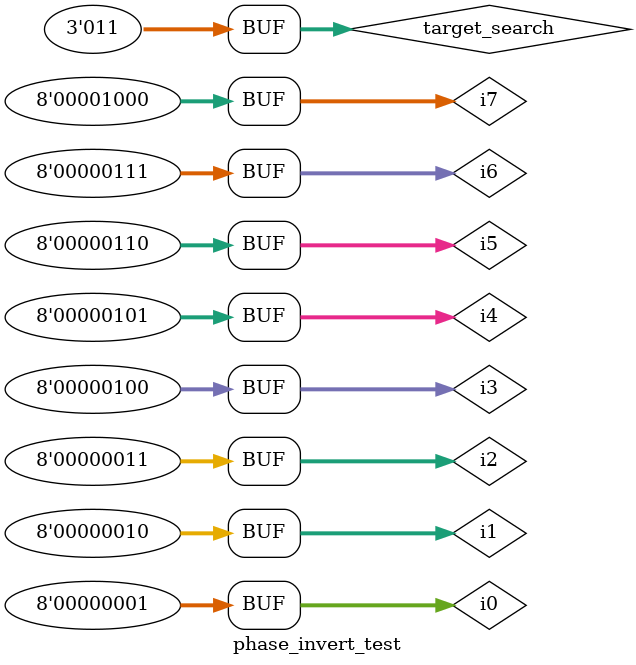
<source format=v>
`timescale 1ns / 1ps


module phase_invert_test;

	// Inputs
	reg [2:0] target_search;
	reg [7:0] i0;
	reg [7:0] i1;
	reg [7:0] i2;
	reg [7:0] i3;
	reg [7:0] i4;
	reg [7:0] i5;
	reg [7:0] i6;
	reg [7:0] i7;

	// Outputs
	wire [7:0] o0;
	wire [7:0] o1;
	wire [7:0] o2;
	wire [7:0] o3;
	wire [7:0] o4;
	wire [7:0] o5;
	wire [7:0] o6;
	wire [7:0] o7;

	// Instantiate the Unit Under Test (UUT)
	grover_phaseInvert uut (
		.target_search(target_search), 
		.i0(i0), 
		.i1(i1), 
		.i2(i2), 
		.i3(i3), 
		.i4(i4), 
		.i5(i5), 
		.i6(i6), 
		.i7(i7), 
		.o0(o0), 
		.o1(o1), 
		.o2(o2), 
		.o3(o3), 
		.o4(o4), 
		.o5(o5), 
		.o6(o6), 
		.o7(o7)
	);

	initial begin
		// Initialize Inputs
		target_search = 3;
		i0 = 1;
		i1 = 2;
		i2 = 3;
		i3 = 4;
		i4 = 5;
		i5 = 6;
		i6 = 7;
		i7 = 8;

		// Wait 100 ns for global reset to finish
		#100;
        
		// Add stimulus here

	end
      
endmodule


</source>
